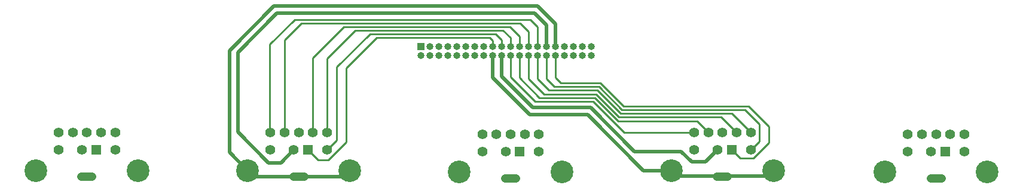
<source format=gbr>
G04 #@! TF.GenerationSoftware,KiCad,Pcbnew,(6.0.7-1)-1*
G04 #@! TF.CreationDate,2023-02-04T12:54:47-08:00*
G04 #@! TF.ProjectId,switcher-input-daughterboard,73776974-6368-4657-922d-696e7075742d,1*
G04 #@! TF.SameCoordinates,Original*
G04 #@! TF.FileFunction,Copper,L2,Bot*
G04 #@! TF.FilePolarity,Positive*
%FSLAX46Y46*%
G04 Gerber Fmt 4.6, Leading zero omitted, Abs format (unit mm)*
G04 Created by KiCad (PCBNEW (6.0.7-1)-1) date 2023-02-04 12:54:47*
%MOMM*%
%LPD*%
G01*
G04 APERTURE LIST*
G04 #@! TA.AperFunction,ComponentPad*
%ADD10R,1.408000X1.408000*%
G04 #@! TD*
G04 #@! TA.AperFunction,ComponentPad*
%ADD11C,1.408000*%
G04 #@! TD*
G04 #@! TA.AperFunction,ComponentPad*
%ADD12O,2.730000X1.230000*%
G04 #@! TD*
G04 #@! TA.AperFunction,ComponentPad*
%ADD13C,3.216000*%
G04 #@! TD*
G04 #@! TA.AperFunction,ComponentPad*
%ADD14O,1.000000X1.000000*%
G04 #@! TD*
G04 #@! TA.AperFunction,ComponentPad*
%ADD15R,1.000000X1.000000*%
G04 #@! TD*
G04 #@! TA.AperFunction,Conductor*
%ADD16C,0.508000*%
G04 #@! TD*
G04 #@! TA.AperFunction,Conductor*
%ADD17C,0.254000*%
G04 #@! TD*
G04 APERTURE END LIST*
D10*
X128300000Y-61200000D03*
D11*
X126300000Y-61200000D03*
X131000000Y-61200000D03*
X129000000Y-58700000D03*
X127000000Y-58700000D03*
X123000000Y-61200000D03*
X131000000Y-58700000D03*
X125000000Y-58700000D03*
X123000000Y-58700000D03*
D12*
X127000000Y-65000000D03*
D13*
X119750000Y-64100000D03*
X134250000Y-64100000D03*
D14*
X174300000Y-47800000D03*
X175570000Y-47800000D03*
X176840000Y-47800000D03*
X178110000Y-47800000D03*
X179380000Y-47800000D03*
X180650000Y-47800000D03*
X181920000Y-47800000D03*
X183190000Y-47800000D03*
X184460000Y-47800000D03*
X185730000Y-47800000D03*
X187000000Y-47800000D03*
X188270000Y-47800000D03*
X189540000Y-47800000D03*
X190810000Y-47800000D03*
X192080000Y-47800000D03*
X193350000Y-47800000D03*
X194620000Y-47800000D03*
X195890000Y-47800000D03*
X197160000Y-47800000D03*
X198430000Y-47800000D03*
X198430000Y-46530000D03*
X197160000Y-46530000D03*
X195890000Y-46530000D03*
X194620000Y-46530000D03*
X193350000Y-46530000D03*
X192080000Y-46530000D03*
X190810000Y-46530000D03*
X189540000Y-46530000D03*
X188270000Y-46530000D03*
X187000000Y-46530000D03*
X185730000Y-46530000D03*
X184460000Y-46530000D03*
X183190000Y-46530000D03*
X181920000Y-46530000D03*
X180650000Y-46530000D03*
X179380000Y-46530000D03*
X178110000Y-46530000D03*
X176840000Y-46530000D03*
X175570000Y-46530000D03*
D15*
X174300000Y-46530000D03*
D13*
X224250000Y-64100000D03*
X209750000Y-64100000D03*
D12*
X217000000Y-65000000D03*
D11*
X213000000Y-58700000D03*
X215000000Y-58700000D03*
X221000000Y-58700000D03*
X213000000Y-61200000D03*
X217000000Y-58700000D03*
X219000000Y-58700000D03*
X221000000Y-61200000D03*
X216300000Y-61200000D03*
D10*
X218300000Y-61200000D03*
X248550000Y-61450000D03*
D11*
X246550000Y-61450000D03*
X251250000Y-61450000D03*
X249250000Y-58950000D03*
X247250000Y-58950000D03*
X243250000Y-61450000D03*
X251250000Y-58950000D03*
X245250000Y-58950000D03*
X243250000Y-58950000D03*
D12*
X247250000Y-65250000D03*
D13*
X240000000Y-64350000D03*
X254500000Y-64350000D03*
D10*
X188300000Y-61450000D03*
D11*
X186300000Y-61450000D03*
X191000000Y-61450000D03*
X189000000Y-58950000D03*
X187000000Y-58950000D03*
X183000000Y-61450000D03*
X191000000Y-58950000D03*
X185000000Y-58950000D03*
X183000000Y-58950000D03*
D12*
X187000000Y-65250000D03*
D13*
X179750000Y-64350000D03*
X194250000Y-64350000D03*
D10*
X158300000Y-61200000D03*
D11*
X156300000Y-61200000D03*
X161000000Y-61200000D03*
X159000000Y-58700000D03*
X157000000Y-58700000D03*
X153000000Y-61200000D03*
X161000000Y-58700000D03*
X155000000Y-58700000D03*
X153000000Y-58700000D03*
D12*
X157000000Y-65000000D03*
D13*
X149750000Y-64100000D03*
X164250000Y-64100000D03*
D16*
X217000000Y-65000000D02*
X217100000Y-64900000D01*
X217100000Y-64900000D02*
X223450000Y-64900000D01*
X223450000Y-64900000D02*
X224250000Y-64100000D01*
X209750000Y-64100000D02*
X210550000Y-64900000D01*
X210550000Y-64900000D02*
X216900000Y-64900000D01*
X216900000Y-64900000D02*
X217000000Y-65000000D01*
D17*
X218300000Y-61200000D02*
X219500000Y-62400000D01*
X219500000Y-62400000D02*
X221400000Y-62400000D01*
X223600000Y-60200000D02*
X223600000Y-57900000D01*
X221400000Y-62400000D02*
X223600000Y-60200000D01*
X223600000Y-57900000D02*
X220676000Y-54976000D01*
X220676000Y-54976000D02*
X202994420Y-54976000D01*
X202994420Y-54976000D02*
X199702421Y-51684001D01*
X199702421Y-51684001D02*
X194084000Y-51684000D01*
X194084000Y-51684000D02*
X193350000Y-50950000D01*
X193350000Y-50950000D02*
X193350000Y-47800000D01*
X192080000Y-47800000D02*
X192080000Y-51080000D01*
X192080000Y-51080000D02*
X193192000Y-52192000D01*
X193192000Y-52192000D02*
X199492000Y-52192000D01*
X199492000Y-52192000D02*
X202784000Y-55484000D01*
X202784000Y-55484000D02*
X220184000Y-55484000D01*
X220184000Y-55484000D02*
X222200000Y-57500000D01*
X222200000Y-57500000D02*
X222200000Y-60000000D01*
X222200000Y-60000000D02*
X221000000Y-61200000D01*
X190810000Y-47800000D02*
X190810000Y-51110000D01*
X192400000Y-52700000D02*
X199249336Y-52700000D01*
X199249336Y-52700000D02*
X202541336Y-55992000D01*
X190810000Y-51110000D02*
X192400000Y-52700000D01*
X202541336Y-55992000D02*
X218292000Y-55992000D01*
X218292000Y-55992000D02*
X221000000Y-58700000D01*
X188270000Y-47800000D02*
X188270000Y-50970000D01*
X188270000Y-50970000D02*
X191087001Y-53787001D01*
X213400000Y-57100000D02*
X215000000Y-58700000D01*
X198899497Y-53787001D02*
X202212496Y-57100000D01*
X191087001Y-53787001D02*
X198899497Y-53787001D01*
X202212496Y-57100000D02*
X213400000Y-57100000D01*
X189540000Y-47800000D02*
X189540000Y-51121580D01*
X191697420Y-53279000D02*
X199109918Y-53279002D01*
X189540000Y-51121580D02*
X191697420Y-53279000D01*
X199109918Y-53279002D02*
X202330916Y-56500000D01*
X202330916Y-56500000D02*
X216800000Y-56500000D01*
X216800000Y-56500000D02*
X219000000Y-58700000D01*
X187000000Y-47800000D02*
X187000000Y-50805924D01*
X187000000Y-50805924D02*
X190489076Y-54295000D01*
X190489076Y-54295000D02*
X198689076Y-54295000D01*
X198689076Y-54295000D02*
X203094076Y-58700000D01*
X203094076Y-58700000D02*
X213000000Y-58700000D01*
D16*
X185730000Y-47800000D02*
X185730000Y-50793160D01*
X190120840Y-55184000D02*
X198320840Y-55184000D01*
X185730000Y-50793160D02*
X190120840Y-55184000D01*
X198320840Y-55184000D02*
X204536840Y-61400000D01*
X211126762Y-61400000D02*
X212626762Y-62900000D01*
X212626762Y-62900000D02*
X214600000Y-62900000D01*
X204536840Y-61400000D02*
X211126762Y-61400000D01*
X214600000Y-62900000D02*
X216300000Y-61200000D01*
X184460000Y-47800000D02*
X184460000Y-50960000D01*
X184460000Y-50960000D02*
X189700000Y-56200000D01*
X205800000Y-64100000D02*
X209750000Y-64100000D01*
X189700000Y-56200000D02*
X197900000Y-56200000D01*
X197900000Y-56200000D02*
X205800000Y-64100000D01*
D17*
X158300000Y-61200000D02*
X159700000Y-62600000D01*
X159700000Y-62600000D02*
X161134422Y-62600000D01*
X184047420Y-45247420D02*
X184460000Y-45660000D01*
X163700000Y-60034422D02*
X163700000Y-49600000D01*
X161134422Y-62600000D02*
X163700000Y-60034422D01*
X163700000Y-49600000D02*
X168052580Y-45247420D01*
X168052580Y-45247420D02*
X184047420Y-45247420D01*
X184460000Y-45660000D02*
X184460000Y-46530000D01*
D16*
X192080000Y-43516840D02*
X192080000Y-46530000D01*
X156300000Y-61200000D02*
X154500000Y-63000000D01*
X148400000Y-58673238D02*
X148400000Y-47336840D01*
X153920840Y-41816000D02*
X190379160Y-41816000D01*
X154500000Y-63000000D02*
X152726762Y-63000000D01*
X148400000Y-47336840D02*
X153920840Y-41816000D01*
X190379160Y-41816000D02*
X192080000Y-43516840D01*
X152726762Y-63000000D02*
X148400000Y-58673238D01*
D17*
X162400000Y-59800000D02*
X161000000Y-61200000D01*
X185730000Y-46530000D02*
X185730000Y-45630000D01*
X184839420Y-44739420D02*
X167100000Y-44739420D01*
X185730000Y-45630000D02*
X184839420Y-44739420D01*
X167100000Y-44739420D02*
X162400000Y-49439420D01*
X162400000Y-49439420D02*
X162400000Y-59800000D01*
X159000000Y-48100000D02*
X159000000Y-58700000D01*
X163376580Y-43723420D02*
X159000000Y-48100000D01*
X188270000Y-45070000D02*
X187508000Y-44308000D01*
X187508000Y-44308000D02*
X187507999Y-44289579D01*
X187507999Y-44289579D02*
X186941841Y-43723421D01*
X188270000Y-46530000D02*
X188270000Y-45070000D01*
X186941841Y-43723421D02*
X163376580Y-43723420D01*
X165000000Y-44231420D02*
X161000000Y-48231420D01*
X185931420Y-44231420D02*
X165000000Y-44231420D01*
X161000000Y-48231420D02*
X161000000Y-58700000D01*
X187000000Y-46530000D02*
X187000000Y-45300000D01*
X187000000Y-45300000D02*
X185931420Y-44231420D01*
X157402420Y-43213000D02*
X155000000Y-45615420D01*
X155000000Y-45615420D02*
X155000000Y-58700000D01*
X189540000Y-46530000D02*
X189540000Y-44440000D01*
X188313000Y-43213000D02*
X157402420Y-43213000D01*
X189540000Y-44440000D02*
X188313000Y-43213000D01*
X156395000Y-42705000D02*
X152900000Y-46200000D01*
X152900000Y-58600000D02*
X153000000Y-58700000D01*
X190810000Y-43710000D02*
X189805000Y-42705000D01*
X152900000Y-46200000D02*
X152900000Y-58600000D01*
X190810000Y-46530000D02*
X190810000Y-43710000D01*
X189805000Y-42705000D02*
X156395000Y-42705000D01*
D16*
X150650000Y-65000000D02*
X149750000Y-64100000D01*
X147200000Y-47100000D02*
X153500000Y-40800000D01*
X153500000Y-40800000D02*
X190800000Y-40800000D01*
X163350000Y-65000000D02*
X157000000Y-65000000D01*
X190800000Y-40800000D02*
X193350000Y-43350000D01*
X193350000Y-43350000D02*
X193350000Y-46530000D01*
X149750000Y-64100000D02*
X147200000Y-61550000D01*
X164250000Y-64100000D02*
X163350000Y-65000000D01*
X157000000Y-65000000D02*
X150650000Y-65000000D01*
X147200000Y-61550000D02*
X147200000Y-47100000D01*
M02*

</source>
